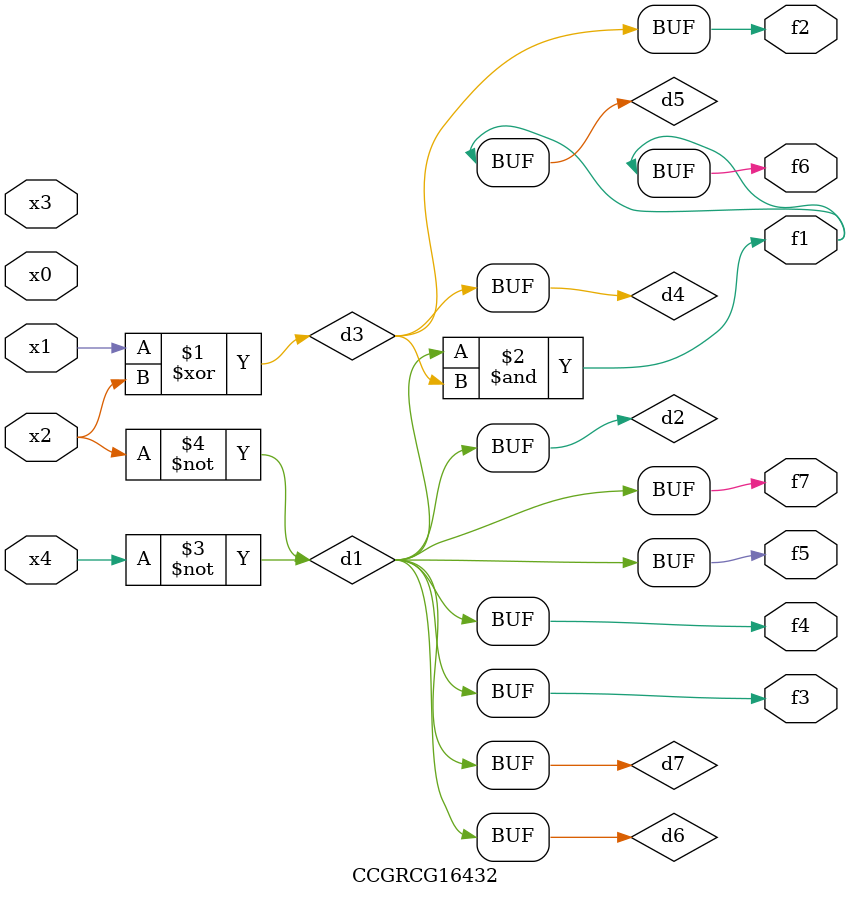
<source format=v>
module CCGRCG16432(
	input x0, x1, x2, x3, x4,
	output f1, f2, f3, f4, f5, f6, f7
);

	wire d1, d2, d3, d4, d5, d6, d7;

	not (d1, x4);
	not (d2, x2);
	xor (d3, x1, x2);
	buf (d4, d3);
	and (d5, d1, d3);
	buf (d6, d1, d2);
	buf (d7, d2);
	assign f1 = d5;
	assign f2 = d4;
	assign f3 = d7;
	assign f4 = d7;
	assign f5 = d7;
	assign f6 = d5;
	assign f7 = d7;
endmodule

</source>
